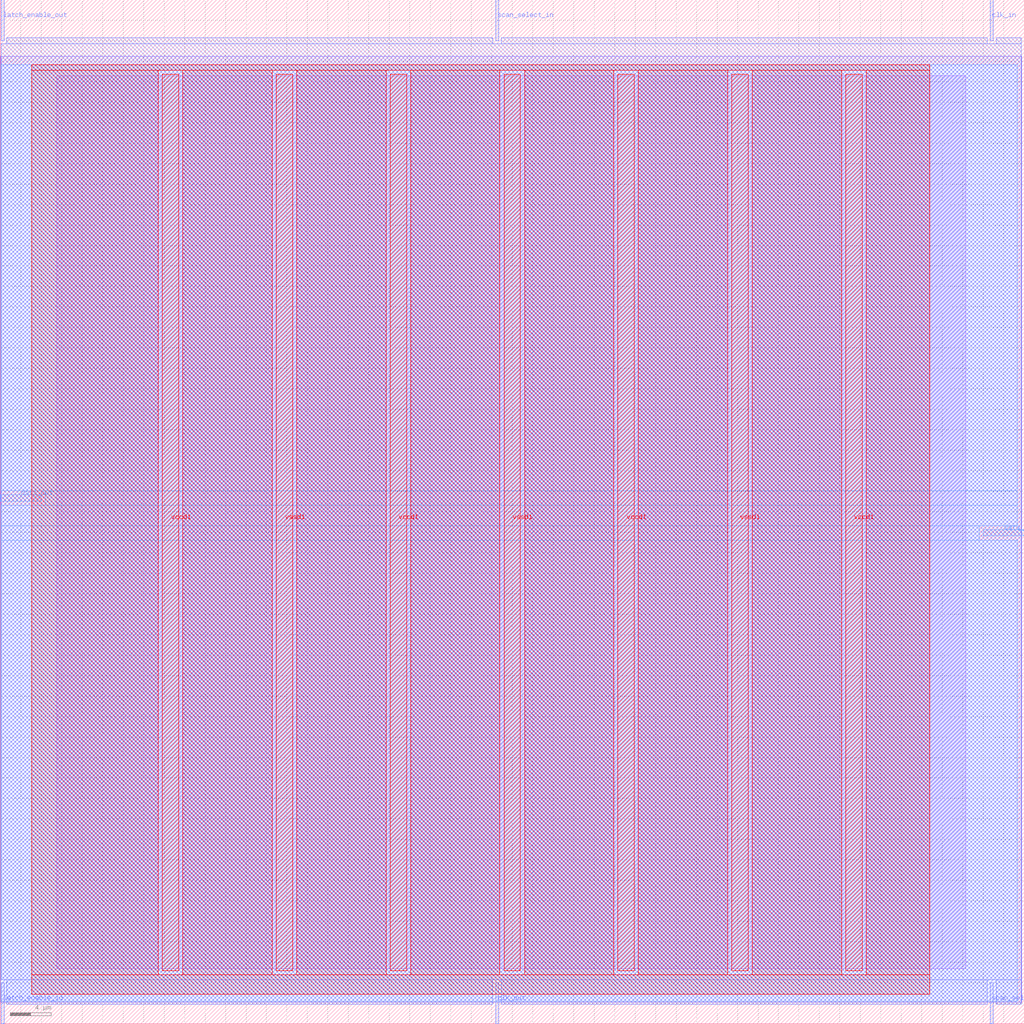
<source format=lef>
VERSION 5.7 ;
  NOWIREEXTENSIONATPIN ON ;
  DIVIDERCHAR "/" ;
  BUSBITCHARS "[]" ;
MACRO scan_wrapper_341404507891040852
  CLASS BLOCK ;
  FOREIGN scan_wrapper_341404507891040852 ;
  ORIGIN 0.000 0.000 ;
  SIZE 100.000 BY 100.000 ;
  PIN clk_in
    DIRECTION INPUT ;
    USE SIGNAL ;
    PORT
      LAYER met2 ;
        RECT 96.690 96.000 96.970 100.000 ;
    END
  END clk_in
  PIN clk_out
    DIRECTION OUTPUT TRISTATE ;
    USE SIGNAL ;
    PORT
      LAYER met2 ;
        RECT 48.390 0.000 48.670 4.000 ;
    END
  END clk_out
  PIN data_in
    DIRECTION INPUT ;
    USE SIGNAL ;
    PORT
      LAYER met3 ;
        RECT 96.000 47.640 100.000 48.240 ;
    END
  END data_in
  PIN data_out
    DIRECTION OUTPUT TRISTATE ;
    USE SIGNAL ;
    PORT
      LAYER met3 ;
        RECT 0.000 51.040 4.000 51.640 ;
    END
  END data_out
  PIN latch_enable_in
    DIRECTION INPUT ;
    USE SIGNAL ;
    PORT
      LAYER met2 ;
        RECT 0.090 0.000 0.370 4.000 ;
    END
  END latch_enable_in
  PIN latch_enable_out
    DIRECTION OUTPUT TRISTATE ;
    USE SIGNAL ;
    PORT
      LAYER met2 ;
        RECT 0.090 96.000 0.370 100.000 ;
    END
  END latch_enable_out
  PIN scan_select_in
    DIRECTION INPUT ;
    USE SIGNAL ;
    PORT
      LAYER met2 ;
        RECT 48.390 96.000 48.670 100.000 ;
    END
  END scan_select_in
  PIN scan_select_out
    DIRECTION OUTPUT TRISTATE ;
    USE SIGNAL ;
    PORT
      LAYER met2 ;
        RECT 96.690 0.000 96.970 4.000 ;
    END
  END scan_select_out
  PIN vccd1
    DIRECTION INOUT ;
    USE POWER ;
    PORT
      LAYER met4 ;
        RECT 15.840 5.200 17.440 92.720 ;
    END
    PORT
      LAYER met4 ;
        RECT 38.080 5.200 39.680 92.720 ;
    END
    PORT
      LAYER met4 ;
        RECT 60.320 5.200 61.920 92.720 ;
    END
    PORT
      LAYER met4 ;
        RECT 82.560 5.200 84.160 92.720 ;
    END
  END vccd1
  PIN vssd1
    DIRECTION INOUT ;
    USE GROUND ;
    PORT
      LAYER met4 ;
        RECT 26.960 5.200 28.560 92.720 ;
    END
    PORT
      LAYER met4 ;
        RECT 49.200 5.200 50.800 92.720 ;
    END
    PORT
      LAYER met4 ;
        RECT 71.440 5.200 73.040 92.720 ;
    END
  END vssd1
  OBS
      LAYER li1 ;
        RECT 5.520 5.355 94.300 92.565 ;
      LAYER met1 ;
        RECT 0.070 2.080 99.750 94.480 ;
      LAYER met2 ;
        RECT 0.650 95.720 48.110 96.290 ;
        RECT 48.950 95.720 96.410 96.290 ;
        RECT 97.250 95.720 99.720 96.290 ;
        RECT 0.090 4.280 99.720 95.720 ;
        RECT 0.650 1.895 48.110 4.280 ;
        RECT 48.950 1.895 96.410 4.280 ;
        RECT 97.250 1.895 99.720 4.280 ;
      LAYER met3 ;
        RECT 0.065 52.040 99.295 93.665 ;
        RECT 4.400 50.640 99.295 52.040 ;
        RECT 0.065 48.640 99.295 50.640 ;
        RECT 0.065 47.240 95.600 48.640 ;
        RECT 0.065 2.215 99.295 47.240 ;
      LAYER met4 ;
        RECT 3.055 93.120 90.785 93.665 ;
        RECT 3.055 4.800 15.440 93.120 ;
        RECT 17.840 4.800 26.560 93.120 ;
        RECT 28.960 4.800 37.680 93.120 ;
        RECT 40.080 4.800 48.800 93.120 ;
        RECT 51.200 4.800 59.920 93.120 ;
        RECT 62.320 4.800 71.040 93.120 ;
        RECT 73.440 4.800 82.160 93.120 ;
        RECT 84.560 4.800 90.785 93.120 ;
        RECT 3.055 2.895 90.785 4.800 ;
  END
END scan_wrapper_341404507891040852
END LIBRARY


</source>
